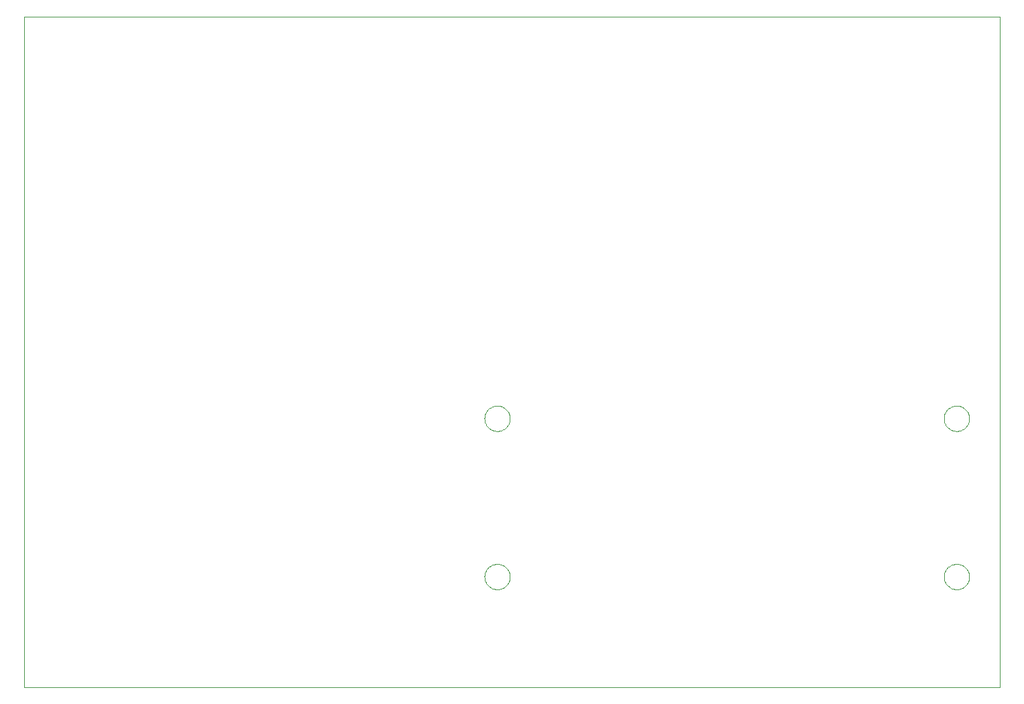
<source format=gbr>
G75*
%MOIN*%
%OFA0B0*%
%FSLAX24Y24*%
%IPPOS*%
%LPD*%
%AMOC8*
5,1,8,0,0,1.08239X$1,22.5*
%
%ADD10C,0.0000*%
D10*
X000650Y000650D02*
X000650Y034020D01*
X049142Y034020D01*
X049142Y000650D01*
X000650Y000650D01*
X023520Y006150D02*
X023522Y006200D01*
X023528Y006250D01*
X023538Y006299D01*
X023552Y006347D01*
X023569Y006394D01*
X023590Y006439D01*
X023615Y006483D01*
X023643Y006524D01*
X023675Y006563D01*
X023709Y006600D01*
X023746Y006634D01*
X023786Y006664D01*
X023828Y006691D01*
X023872Y006715D01*
X023918Y006736D01*
X023965Y006752D01*
X024013Y006765D01*
X024063Y006774D01*
X024112Y006779D01*
X024163Y006780D01*
X024213Y006777D01*
X024262Y006770D01*
X024311Y006759D01*
X024359Y006744D01*
X024405Y006726D01*
X024450Y006704D01*
X024493Y006678D01*
X024534Y006649D01*
X024573Y006617D01*
X024609Y006582D01*
X024641Y006544D01*
X024671Y006504D01*
X024698Y006461D01*
X024721Y006417D01*
X024740Y006371D01*
X024756Y006323D01*
X024768Y006274D01*
X024776Y006225D01*
X024780Y006175D01*
X024780Y006125D01*
X024776Y006075D01*
X024768Y006026D01*
X024756Y005977D01*
X024740Y005929D01*
X024721Y005883D01*
X024698Y005839D01*
X024671Y005796D01*
X024641Y005756D01*
X024609Y005718D01*
X024573Y005683D01*
X024534Y005651D01*
X024493Y005622D01*
X024450Y005596D01*
X024405Y005574D01*
X024359Y005556D01*
X024311Y005541D01*
X024262Y005530D01*
X024213Y005523D01*
X024163Y005520D01*
X024112Y005521D01*
X024063Y005526D01*
X024013Y005535D01*
X023965Y005548D01*
X023918Y005564D01*
X023872Y005585D01*
X023828Y005609D01*
X023786Y005636D01*
X023746Y005666D01*
X023709Y005700D01*
X023675Y005737D01*
X023643Y005776D01*
X023615Y005817D01*
X023590Y005861D01*
X023569Y005906D01*
X023552Y005953D01*
X023538Y006001D01*
X023528Y006050D01*
X023522Y006100D01*
X023520Y006150D01*
X023520Y014024D02*
X023522Y014074D01*
X023528Y014124D01*
X023538Y014173D01*
X023552Y014221D01*
X023569Y014268D01*
X023590Y014313D01*
X023615Y014357D01*
X023643Y014398D01*
X023675Y014437D01*
X023709Y014474D01*
X023746Y014508D01*
X023786Y014538D01*
X023828Y014565D01*
X023872Y014589D01*
X023918Y014610D01*
X023965Y014626D01*
X024013Y014639D01*
X024063Y014648D01*
X024112Y014653D01*
X024163Y014654D01*
X024213Y014651D01*
X024262Y014644D01*
X024311Y014633D01*
X024359Y014618D01*
X024405Y014600D01*
X024450Y014578D01*
X024493Y014552D01*
X024534Y014523D01*
X024573Y014491D01*
X024609Y014456D01*
X024641Y014418D01*
X024671Y014378D01*
X024698Y014335D01*
X024721Y014291D01*
X024740Y014245D01*
X024756Y014197D01*
X024768Y014148D01*
X024776Y014099D01*
X024780Y014049D01*
X024780Y013999D01*
X024776Y013949D01*
X024768Y013900D01*
X024756Y013851D01*
X024740Y013803D01*
X024721Y013757D01*
X024698Y013713D01*
X024671Y013670D01*
X024641Y013630D01*
X024609Y013592D01*
X024573Y013557D01*
X024534Y013525D01*
X024493Y013496D01*
X024450Y013470D01*
X024405Y013448D01*
X024359Y013430D01*
X024311Y013415D01*
X024262Y013404D01*
X024213Y013397D01*
X024163Y013394D01*
X024112Y013395D01*
X024063Y013400D01*
X024013Y013409D01*
X023965Y013422D01*
X023918Y013438D01*
X023872Y013459D01*
X023828Y013483D01*
X023786Y013510D01*
X023746Y013540D01*
X023709Y013574D01*
X023675Y013611D01*
X023643Y013650D01*
X023615Y013691D01*
X023590Y013735D01*
X023569Y013780D01*
X023552Y013827D01*
X023538Y013875D01*
X023528Y013924D01*
X023522Y013974D01*
X023520Y014024D01*
X046355Y014024D02*
X046357Y014074D01*
X046363Y014124D01*
X046373Y014173D01*
X046387Y014221D01*
X046404Y014268D01*
X046425Y014313D01*
X046450Y014357D01*
X046478Y014398D01*
X046510Y014437D01*
X046544Y014474D01*
X046581Y014508D01*
X046621Y014538D01*
X046663Y014565D01*
X046707Y014589D01*
X046753Y014610D01*
X046800Y014626D01*
X046848Y014639D01*
X046898Y014648D01*
X046947Y014653D01*
X046998Y014654D01*
X047048Y014651D01*
X047097Y014644D01*
X047146Y014633D01*
X047194Y014618D01*
X047240Y014600D01*
X047285Y014578D01*
X047328Y014552D01*
X047369Y014523D01*
X047408Y014491D01*
X047444Y014456D01*
X047476Y014418D01*
X047506Y014378D01*
X047533Y014335D01*
X047556Y014291D01*
X047575Y014245D01*
X047591Y014197D01*
X047603Y014148D01*
X047611Y014099D01*
X047615Y014049D01*
X047615Y013999D01*
X047611Y013949D01*
X047603Y013900D01*
X047591Y013851D01*
X047575Y013803D01*
X047556Y013757D01*
X047533Y013713D01*
X047506Y013670D01*
X047476Y013630D01*
X047444Y013592D01*
X047408Y013557D01*
X047369Y013525D01*
X047328Y013496D01*
X047285Y013470D01*
X047240Y013448D01*
X047194Y013430D01*
X047146Y013415D01*
X047097Y013404D01*
X047048Y013397D01*
X046998Y013394D01*
X046947Y013395D01*
X046898Y013400D01*
X046848Y013409D01*
X046800Y013422D01*
X046753Y013438D01*
X046707Y013459D01*
X046663Y013483D01*
X046621Y013510D01*
X046581Y013540D01*
X046544Y013574D01*
X046510Y013611D01*
X046478Y013650D01*
X046450Y013691D01*
X046425Y013735D01*
X046404Y013780D01*
X046387Y013827D01*
X046373Y013875D01*
X046363Y013924D01*
X046357Y013974D01*
X046355Y014024D01*
X046355Y006150D02*
X046357Y006200D01*
X046363Y006250D01*
X046373Y006299D01*
X046387Y006347D01*
X046404Y006394D01*
X046425Y006439D01*
X046450Y006483D01*
X046478Y006524D01*
X046510Y006563D01*
X046544Y006600D01*
X046581Y006634D01*
X046621Y006664D01*
X046663Y006691D01*
X046707Y006715D01*
X046753Y006736D01*
X046800Y006752D01*
X046848Y006765D01*
X046898Y006774D01*
X046947Y006779D01*
X046998Y006780D01*
X047048Y006777D01*
X047097Y006770D01*
X047146Y006759D01*
X047194Y006744D01*
X047240Y006726D01*
X047285Y006704D01*
X047328Y006678D01*
X047369Y006649D01*
X047408Y006617D01*
X047444Y006582D01*
X047476Y006544D01*
X047506Y006504D01*
X047533Y006461D01*
X047556Y006417D01*
X047575Y006371D01*
X047591Y006323D01*
X047603Y006274D01*
X047611Y006225D01*
X047615Y006175D01*
X047615Y006125D01*
X047611Y006075D01*
X047603Y006026D01*
X047591Y005977D01*
X047575Y005929D01*
X047556Y005883D01*
X047533Y005839D01*
X047506Y005796D01*
X047476Y005756D01*
X047444Y005718D01*
X047408Y005683D01*
X047369Y005651D01*
X047328Y005622D01*
X047285Y005596D01*
X047240Y005574D01*
X047194Y005556D01*
X047146Y005541D01*
X047097Y005530D01*
X047048Y005523D01*
X046998Y005520D01*
X046947Y005521D01*
X046898Y005526D01*
X046848Y005535D01*
X046800Y005548D01*
X046753Y005564D01*
X046707Y005585D01*
X046663Y005609D01*
X046621Y005636D01*
X046581Y005666D01*
X046544Y005700D01*
X046510Y005737D01*
X046478Y005776D01*
X046450Y005817D01*
X046425Y005861D01*
X046404Y005906D01*
X046387Y005953D01*
X046373Y006001D01*
X046363Y006050D01*
X046357Y006100D01*
X046355Y006150D01*
M02*

</source>
